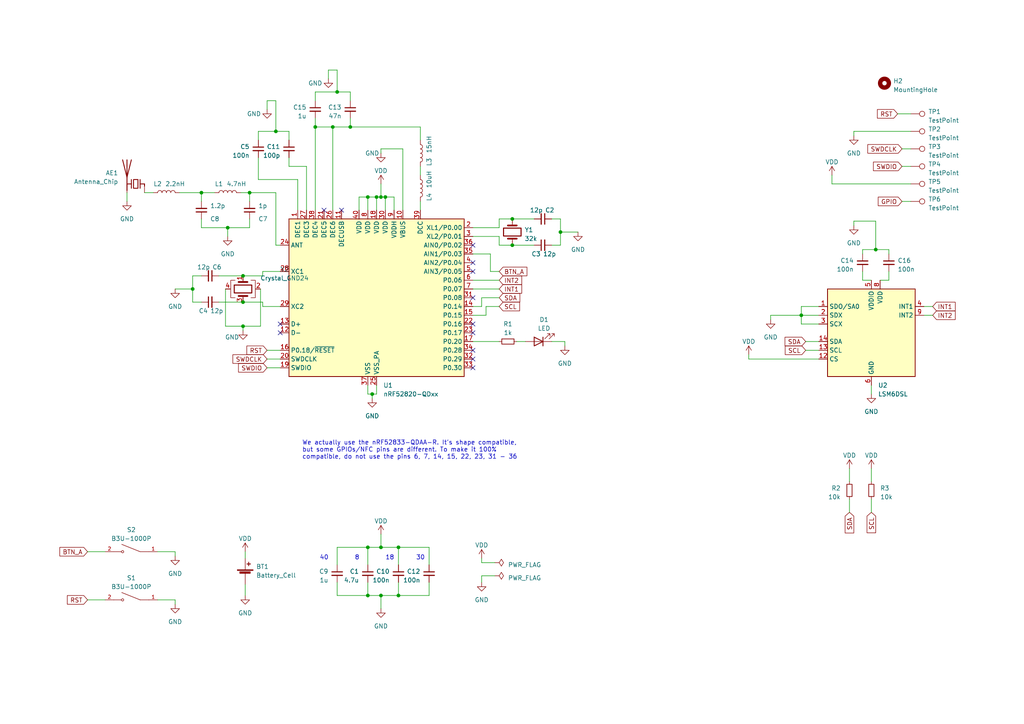
<source format=kicad_sch>
(kicad_sch (version 20230121) (generator eeschema)
  (paper "A4")
  (title_block (title "spellcaster") (date "2023-08-21") (rev "0.0.1") (company "rbaron.net"))
  (lib_symbols
    (symbol "Connector:TestPoint" (pin_numbers hide) (pin_names (offset 0.762) hide)
      (property "Reference" "TP" (at 0 6.858 0))
      (property "Value" "TestPoint" (at 0 5.08 0))
      (symbol "TestPoint_0_1"
        (circle (center 0 3.302) (radius 0.762))
      )
      (symbol "TestPoint_1_1"
        (pin passive line (at 0 0 90) (length 2.54) (name "1") (number "1"))
      )
    )
    (symbol "Device:Antenna_Chip" (pin_numbers hide) (pin_names (offset 1.016) hide)
      (property "Reference" "AE" (at 0 5.08 0))
      (property "Value" "Antenna_Chip" (at 0 3.175 0))
      (symbol "Antenna_Chip_0_1"
        (polyline (pts (xy -2.54 0) (xy -2.54 -0.635)) (stroke (width 0.254)))
        (polyline (pts (xy -2.54 0) (xy -1.27 0)) (stroke (width 0.254)))
        (polyline (pts (xy 1.27 0) (xy 2.54 0)) (stroke (width 0.254)))
        (polyline (pts (xy 1.27 1.27) (xy 1.27 -1.27)) (stroke (width 0.254)))
        (polyline (pts (xy 2.54 -0.635) (xy 2.54 0)))
        (polyline (pts (xy 2.54 6.985) (xy 2.54 -1.905)) (stroke (width 0.254)))
        (polyline (pts (xy -1.27 1.27) (xy -1.27 -1.27) (xy -1.27 0)) (stroke (width 0.254)))
        (polyline (pts (xy 3.81 6.985) (xy 2.54 1.905) (xy 1.27 6.985)) (stroke (width 0.254)))
        (polyline (pts (xy -0.635 1.27) (xy 0.635 1.27) (xy 0.635 -1.27) (xy -0.635 -1.27) (xy -0.635 1.27)) (stroke (width 0.254)))
      )
      (symbol "Antenna_Chip_1_1"
        (pin input line (at -2.54 -2.54 90) (length 2.54) (name "FEED") (number "1"))
        (pin passive line (at 2.54 -2.54 90) (length 2.54) (name "PCB_Trace") (number "2"))
      )
    )
    (symbol "Device:Battery_Cell" (pin_numbers hide) (pin_names (offset 0) hide)
      (property "Reference" "BT" (at 2.54 2.54 0))
      (property "Value" "Battery_Cell" (at 2.54 0 0))
      (symbol "Battery_Cell_0_1"
        (rectangle (start -2.286 1.778) (end 2.286 1.524) (fill (type outline)))
        (rectangle (start -1.5748 1.1938) (end 1.4732 0.6858) (fill (type outline)))
        (polyline (pts (xy 0 0.762) (xy 0 0)))
        (polyline (pts (xy 0 1.778) (xy 0 2.54)))
        (polyline (pts (xy 0.508 3.429) (xy 1.524 3.429)) (stroke (width 0.254)))
        (polyline (pts (xy 1.016 3.937) (xy 1.016 2.921)) (stroke (width 0.254)))
      )
      (symbol "Battery_Cell_1_1"
        (pin passive line (at 0 5.08 270) (length 2.54) (name "+") (number "1"))
        (pin passive line (at 0 -2.54 90) (length 2.54) (name "-") (number "2"))
      )
    )
    (symbol "Device:C_Small" (pin_numbers hide) (pin_names (offset 0.254) hide)
      (property "Reference" "C" (at 0.254 1.778 0))
      (property "Value" "C_Small" (at 0.254 -2.032 0))
      (symbol "C_Small_0_1"
        (polyline (pts (xy -1.524 -0.508) (xy 1.524 -0.508)) (stroke (width 0.3302)))
        (polyline (pts (xy -1.524 0.508) (xy 1.524 0.508)) (stroke (width 0.3048)))
      )
      (symbol "C_Small_1_1"
        (pin passive line (at 0 2.54 270) (length 2.032) (name "~") (number "1"))
        (pin passive line (at 0 -2.54 90) (length 2.032) (name "~") (number "2"))
      )
    )
    (symbol "Device:Crystal" (pin_numbers hide) (pin_names (offset 1.016) hide)
      (property "Reference" "Y" (at 0 3.81 0))
      (property "Value" "Crystal" (at 0 -3.81 0))
      (symbol "Crystal_0_1"
        (rectangle (start -1.143 2.54) (end 1.143 -2.54) (stroke (width 0.3048)))
        (polyline (pts (xy -2.54 0) (xy -1.905 0)))
        (polyline (pts (xy -1.905 -1.27) (xy -1.905 1.27)) (stroke (width 0.508)))
        (polyline (pts (xy 1.905 -1.27) (xy 1.905 1.27)) (stroke (width 0.508)))
        (polyline (pts (xy 2.54 0) (xy 1.905 0)))
      )
      (symbol "Crystal_1_1"
        (pin passive line (at -3.81 0 0) (length 1.27) (name "1") (number "1"))
        (pin passive line (at 3.81 0 180) (length 1.27) (name "2") (number "2"))
      )
    )
    (symbol "Device:Crystal_GND24" (pin_names (offset 1.016) hide)
      (property "Reference" "Y" (at 3.175 5.08 0))
      (property "Value" "Crystal_GND24" (at 3.175 3.175 0))
      (symbol "Crystal_GND24_0_1"
        (rectangle (start -1.143 2.54) (end 1.143 -2.54) (stroke (width 0.3048)))
        (polyline (pts (xy -2.54 0) (xy -2.032 0)))
        (polyline (pts (xy -2.032 -1.27) (xy -2.032 1.27)) (stroke (width 0.508)))
        (polyline (pts (xy 0 -3.81) (xy 0 -3.556)))
        (polyline (pts (xy 0 3.556) (xy 0 3.81)))
        (polyline (pts (xy 2.032 -1.27) (xy 2.032 1.27)) (stroke (width 0.508)))
        (polyline (pts (xy 2.032 0) (xy 2.54 0)))
        (polyline (pts (xy -2.54 -2.286) (xy -2.54 -3.556) (xy 2.54 -3.556) (xy 2.54 -2.286)))
        (polyline (pts (xy -2.54 2.286) (xy -2.54 3.556) (xy 2.54 3.556) (xy 2.54 2.286)))
      )
      (symbol "Crystal_GND24_1_1"
        (pin passive line (at -3.81 0 0) (length 1.27) (name "1") (number "1"))
        (pin passive line (at 0 5.08 270) (length 1.27) (name "2") (number "2"))
        (pin passive line (at 3.81 0 180) (length 1.27) (name "3") (number "3"))
        (pin passive line (at 0 -5.08 90) (length 1.27) (name "4") (number "4"))
      )
    )
    (symbol "Device:L" (pin_numbers hide) (pin_names (offset 1.016) hide)
      (property "Reference" "L" (at -1.27 0 90))
      (property "Value" "L" (at 1.905 0 90))
      (symbol "L_0_1"
        (arc (start 0 -2.54) (mid 0.6323 -1.905) (end 0 -1.27))
        (arc (start 0 -1.27) (mid 0.6323 -0.635) (end 0 0))
        (arc (start 0 0) (mid 0.6323 0.635) (end 0 1.27))
        (arc (start 0 1.27) (mid 0.6323 1.905) (end 0 2.54))
      )
      (symbol "L_1_1"
        (pin passive line (at 0 3.81 270) (length 1.27) (name "1") (number "1"))
        (pin passive line (at 0 -3.81 90) (length 1.27) (name "2") (number "2"))
      )
    )
    (symbol "Device:LED" (pin_numbers hide) (pin_names (offset 1.016) hide)
      (property "Reference" "D" (at 0 2.54 0))
      (property "Value" "LED" (at 0 -2.54 0))
      (symbol "LED_0_1"
        (polyline (pts (xy -1.27 -1.27) (xy -1.27 1.27)) (stroke (width 0.254)))
        (polyline (pts (xy -1.27 0) (xy 1.27 0)))
        (polyline (pts (xy 1.27 -1.27) (xy 1.27 1.27) (xy -1.27 0) (xy 1.27 -1.27)) (stroke (width 0.254)))
        (polyline (pts (xy -3.048 -0.762) (xy -4.572 -2.286) (xy -3.81 -2.286) (xy -4.572 -2.286) (xy -4.572 -1.524)))
        (polyline (pts (xy -1.778 -0.762) (xy -3.302 -2.286) (xy -2.54 -2.286) (xy -3.302 -2.286) (xy -3.302 -1.524)))
      )
      (symbol "LED_1_1"
        (pin passive line (at -3.81 0 0) (length 2.54) (name "K") (number "1"))
        (pin passive line (at 3.81 0 180) (length 2.54) (name "A") (number "2"))
      )
    )
    (symbol "Device:R_Small" (pin_numbers hide) (pin_names (offset 0.254) hide)
      (property "Reference" "R" (at 0.762 0.508 0))
      (property "Value" "R_Small" (at 0.762 -1.016 0))
      (symbol "R_Small_0_1"
        (rectangle (start -0.762 1.778) (end 0.762 -1.778) (stroke (width 0.2032)))
      )
      (symbol "R_Small_1_1"
        (pin passive line (at 0 2.54 270) (length 0.762) (name "~") (number "1"))
        (pin passive line (at 0 -2.54 90) (length 0.762) (name "~") (number "2"))
      )
    )
    (symbol "MCU_Nordic:nRF52820-QDxx"
      (property "Reference" "U" (at -2.54 0 0))
      (property "Value" "nRF52820-QDxx" (at -2.54 -2.54 0))
      (symbol "nRF52820-QDxx_0_1"
        (rectangle (start -25.4 22.86) (end 25.4 -22.86) (stroke (width 0.254)) (fill (type background)))
      )
      (symbol "nRF52820-QDxx_1_1"
        (pin passive line (at -22.86 25.4 270) (length 2.54) (name "DEC1") (number "1"))
        (pin power_in line (at 7.62 25.4 270) (length 2.54) (name "VBUS") (number "10"))
        (pin passive line (at -10.16 25.4 270) (length 2.54) (name "DECUSB") (number "11"))
        (pin bidirectional line (at -27.94 -10.16 0) (length 2.54) (name "D-") (number "12"))
        (pin bidirectional line (at -27.94 -7.62 0) (length 2.54) (name "D+") (number "13"))
        (pin bidirectional line (at 27.94 -2.54 180) (length 2.54) (name "P0.14") (number "14"))
        (pin bidirectional line (at 27.94 -5.08 180) (length 2.54) (name "P0.15") (number "15"))
        (pin bidirectional line (at -27.94 -15.24 0) (length 2.54) (name "P0.18/~{RESET}") (number "16"))
        (pin bidirectional line (at 27.94 -12.7 180) (length 2.54) (name "P0.20") (number "17"))
        (pin power_in line (at 0 25.4 270) (length 2.54) (name "VDD") (number "18"))
        (pin bidirectional line (at -27.94 -20.32 0) (length 2.54) (name "SWDIO") (number "19"))
        (pin bidirectional line (at 27.94 20.32 180) (length 2.54) (name "XL1/P0.00") (number "2"))
        (pin input line (at -27.94 -17.78 0) (length 2.54) (name "SWDCLK") (number "20"))
        (pin passive line (at -15.24 25.4 270) (length 2.54) (name "DEC5") (number "21"))
        (pin bidirectional line (at 27.94 -7.62 180) (length 2.54) (name "P0.16") (number "22"))
        (pin bidirectional line (at 27.94 -10.16 180) (length 2.54) (name "P0.17") (number "23"))
        (pin passive line (at -27.94 15.24 0) (length 2.54) (name "ANT") (number "24"))
        (pin power_in line (at 0 -25.4 90) (length 2.54) (name "VSS_PA") (number "25"))
        (pin passive line (at -12.7 25.4 270) (length 2.54) (name "DEC6") (number "26"))
        (pin passive line (at -20.32 25.4 270) (length 2.54) (name "DEC3") (number "27"))
        (pin input line (at -27.94 7.62 0) (length 2.54) (name "XC1") (number "28"))
        (pin input line (at -27.94 -2.54 0) (length 2.54) (name "XC2") (number "29"))
        (pin bidirectional line (at 27.94 17.78 180) (length 2.54) (name "XL2/P0.01") (number "3"))
        (pin power_in line (at 2.54 25.4 270) (length 2.54) (name "VDD") (number "30"))
        (pin bidirectional line (at 27.94 0 180) (length 2.54) (name "P0.08") (number "31"))
        (pin bidirectional line (at 27.94 -17.78 180) (length 2.54) (name "P0.29") (number "32"))
        (pin bidirectional line (at 27.94 -20.32 180) (length 2.54) (name "P0.30") (number "33"))
        (pin bidirectional line (at 27.94 -15.24 180) (length 2.54) (name "P0.28") (number "34"))
        (pin bidirectional line (at 27.94 12.7 180) (length 2.54) (name "AIN1/P0.03") (number "35"))
        (pin bidirectional line (at 27.94 15.24 180) (length 2.54) (name "AIN0/P0.02") (number "36"))
        (pin power_in line (at -2.54 -25.4 90) (length 2.54) (name "VSS") (number "37"))
        (pin passive line (at -17.78 25.4 270) (length 2.54) (name "DEC4") (number "38"))
        (pin power_out line (at 12.7 25.4 270) (length 2.54) (name "DCC") (number "39"))
        (pin bidirectional line (at 27.94 10.16 180) (length 2.54) (name "AIN2/P0.04") (number "4"))
        (pin power_in line (at -5.08 25.4 270) (length 2.54) (name "VDD") (number "40"))
        (pin passive line (at -2.54 -25.4 90) (length 2.54) hide (name "VSS") (number "41"))
        (pin bidirectional line (at 27.94 7.62 180) (length 2.54) (name "AIN3/P0.05") (number "5"))
        (pin bidirectional line (at 27.94 5.08 180) (length 2.54) (name "P0.06") (number "6"))
        (pin bidirectional line (at 27.94 2.54 180) (length 2.54) (name "P0.07") (number "7"))
        (pin power_in line (at -2.54 25.4 270) (length 2.54) (name "VDD") (number "8"))
        (pin power_in line (at 5.08 25.4 270) (length 2.54) (name "VDDH") (number "9"))
      )
    )
    (symbol "Mechanical:MountingHole" (pin_names (offset 1.016))
      (property "Reference" "H" (at 0 5.08 0))
      (property "Value" "MountingHole" (at 0 3.175 0))
      (symbol "MountingHole_0_1"
        (circle (center 0 0) (radius 1.27) (stroke (width 1.27)))
      )
    )
    (symbol "Sensor_Motion:LSM6DSL"
      (property "Reference" "U" (at -11.43 15.24 0))
      (property "Value" "LSM6DSL" (at -11.43 12.7 0))
      (symbol "LSM6DSL_0_1"
        (rectangle (start -12.7 12.7) (end 12.7 -12.7) (stroke (width 0.254)) (fill (type background)))
      )
      (symbol "LSM6DSL_1_1"
        (pin bidirectional line (at -15.24 7.62 0) (length 2.54) (name "SDO/SA0") (number "1"))
        (pin no_connect line (at 12.7 -5.08 180) (length 3.81) hide (name "NC") (number "10"))
        (pin no_connect line (at 12.7 -2.54 180) (length 3.81) hide (name "NC") (number "11"))
        (pin input line (at -15.24 -7.62 0) (length 2.54) (name "CS") (number "12"))
        (pin input line (at -15.24 -5.08 0) (length 2.54) (name "SCL") (number "13"))
        (pin bidirectional line (at -15.24 -2.54 0) (length 2.54) (name "SDA") (number "14"))
        (pin bidirectional line (at -15.24 5.08 0) (length 2.54) (name "SDX") (number "2"))
        (pin input line (at -15.24 2.54 0) (length 2.54) (name "SCX") (number "3"))
        (pin output line (at 15.24 7.62 180) (length 2.54) (name "INT1") (number "4"))
        (pin power_in line (at 0 15.24 270) (length 2.54) (name "VDDIO") (number "5"))
        (pin power_in line (at 0 -15.24 90) (length 2.54) (name "GND") (number "6"))
        (pin passive line (at 0 -15.24 90) (length 2.54) hide (name "GND") (number "7"))
        (pin power_in line (at 2.54 15.24 270) (length 2.54) (name "VDD") (number "8"))
        (pin output line (at 15.24 5.08 180) (length 2.54) (name "INT2") (number "9"))
      )
    )
    (symbol "Snapeda:B3U-1000P" (pin_names (offset 1.016) hide)
      (property "Reference" "S" (at -2.54 2.54 0))
      (property "Value" "B3U-1000P" (at -2.54 -2.54 0))
      (symbol "B3U-1000P_0_0"
        (polyline (pts (xy -2.54 0) (xy -5.08 0)) (stroke (width 0.1524)))
        (polyline (pts (xy -2.54 0) (xy 2.794 2.1336)) (stroke (width 0.1524)))
        (polyline (pts (xy 5.08 0) (xy 2.921 0)) (stroke (width 0.1524)))
        (circle (center 2.54 0) (radius 0.3302) (stroke (width 0.1524)))
        (pin passive line (at -7.62 0 0) (length 2.54) (name "~") (number "1"))
        (pin passive line (at 7.62 0 180) (length 2.54) (name "~") (number "2"))
      )
    )
    (symbol "power:GND" (power) (pin_names (offset 0))
      (property "Value" "GND" (at 0 -3.81 0))
      (symbol "GND_0_1"
        (polyline (pts (xy 0 0) (xy 0 -1.27) (xy 1.27 -1.27) (xy 0 -2.54) (xy -1.27 -1.27) (xy 0 -1.27)))
      )
      (symbol "GND_1_1"
        (pin power_in line (at 0 0 270) (length 0) hide (name "GND") (number "1"))
      )
    )
    (symbol "power:PWR_FLAG" (power) (pin_numbers hide) (pin_names (offset 0) hide)
      (property "Value" "PWR_FLAG" (at 0 3.81 0))
      (symbol "PWR_FLAG_0_0"
        (pin power_out line (at 0 0 90) (length 0) (name "pwr") (number "1"))
      )
      (symbol "PWR_FLAG_0_1"
        (polyline (pts (xy 0 0) (xy 0 1.27) (xy -1.016 1.905) (xy 0 2.54) (xy 1.016 1.905) (xy 0 1.27)))
      )
    )
    (symbol "power:VDD" (power) (pin_names (offset 0))
      (property "Value" "VDD" (at 0 3.81 0))
      (symbol "VDD_0_1"
        (polyline (pts (xy -0.762 1.27) (xy 0 2.54)))
        (polyline (pts (xy 0 0) (xy 0 2.54)))
        (polyline (pts (xy 0 2.54) (xy 0.762 1.27)))
      )
      (symbol "VDD_1_1"
        (pin power_in line (at 0 0 90) (length 0) hide (name "VDD") (number "1"))
      )
    )
  )
  (junction (at 106.68 158.75))
  (junction (at 115.57 158.75))
  (junction (at 148.59 63.5))
  (junction (at 106.68 57.15))
  (junction (at 70.485 87.63))
  (junction (at 72.39 55.88))
  (junction (at 70.485 80.01))
  (junction (at 70.485 94.615))
  (junction (at 110.49 172.72))
  (junction (at 96.52 36.83))
  (junction (at 148.59 71.12))
  (junction (at 66.04 66.04))
  (junction (at 115.57 172.72))
  (junction (at 80.01 38.1))
  (junction (at 110.49 57.15))
  (junction (at 107.95 114.3))
  (junction (at 232.41 91.44))
  (junction (at 162.56 67.31))
  (junction (at 101.6 36.83))
  (junction (at 97.79 26.67))
  (junction (at 55.88 83.82))
  (junction (at 58.42 55.88))
  (junction (at 91.44 36.83))
  (junction (at 111.76 57.15))
  (junction (at 106.68 172.72))
  (junction (at 110.49 158.75))
  (junction (at 109.22 57.15))
  (junction (at 254 72.39))
  (no_connect (at 137.16 93.98))
  (no_connect (at 137.16 78.74))
  (no_connect (at 137.16 104.14))
  (no_connect (at 137.16 106.68))
  (no_connect (at 137.16 71.12))
  (no_connect (at 81.28 96.52))
  (no_connect (at 93.98 60.96))
  (no_connect (at 99.06 60.96))
  (no_connect (at 137.16 96.52))
  (no_connect (at 81.28 93.98))
  (no_connect (at 137.16 101.6))
  (no_connect (at 137.16 76.2))
  (no_connect (at 137.16 86.36))
  (wire (pts (xy 58.42 63.5) (xy 58.42 66.04)))
  (wire (pts (xy 106.68 168.91) (xy 106.68 172.72)))
  (wire (pts (xy 137.16 99.06) (xy 144.78 99.06)))
  (wire (pts (xy 144.78 63.5) (xy 148.59 63.5)))
  (wire (pts (xy 255.27 81.28) (xy 257.81 81.28)))
  (wire (pts (xy 110.49 172.72) (xy 115.57 172.72)))
  (wire (pts (xy 106.68 114.3) (xy 107.95 114.3)))
  (wire (pts (xy 110.49 53.34) (xy 110.49 57.15)))
  (wire (pts (xy 111.76 57.15) (xy 110.49 57.15)))
  (wire (pts (xy 247.65 39.37) (xy 247.65 38.1)))
  (wire (pts (xy 66.04 66.04) (xy 66.04 68.58)))
  (wire (pts (xy 252.73 111.76) (xy 252.73 114.3)))
  (wire (pts (xy 72.39 55.88) (xy 72.39 58.42)))
  (wire (pts (xy 106.68 57.15) (xy 106.68 60.96)))
  (wire (pts (xy 91.44 29.21) (xy 91.44 26.67)))
  (wire (pts (xy 106.68 158.75) (xy 110.49 158.75)))
  (wire (pts (xy 76.2 78.74) (xy 81.28 78.74)))
  (wire (pts (xy 142.24 78.74) (xy 142.24 73.66)))
  (wire (pts (xy 223.52 91.44) (xy 232.41 91.44)))
  (wire (pts (xy 45.72 173.99) (xy 50.8 173.99)))
  (wire (pts (xy 257.81 81.28) (xy 257.81 78.74)))
  (wire (pts (xy 70.485 87.63) (xy 76.2 87.63)))
  (wire (pts (xy 254 64.135) (xy 254 72.39)))
  (wire (pts (xy 50.8 160.02) (xy 50.8 161.29)))
  (wire (pts (xy 110.49 57.15) (xy 109.22 57.15)))
  (wire (pts (xy 116.84 60.96) (xy 116.84 43.18)))
  (wire (pts (xy 140.97 88.9) (xy 140.97 91.44)))
  (wire (pts (xy 96.52 36.83) (xy 96.52 60.96)))
  (wire (pts (xy 143.51 167.005) (xy 139.7 167.005)))
  (wire (pts (xy 223.52 91.44) (xy 223.52 92.71)))
  (wire (pts (xy 250.19 73.66) (xy 250.19 72.39)))
  (wire (pts (xy 116.84 43.18) (xy 110.49 43.18)))
  (wire (pts (xy 58.42 87.63) (xy 55.88 87.63)))
  (wire (pts (xy 247.65 65.405) (xy 247.65 64.135)))
  (wire (pts (xy 250.19 72.39) (xy 254 72.39)))
  (wire (pts (xy 76.2 88.9) (xy 76.2 87.63)))
  (wire (pts (xy 144.78 78.74) (xy 142.24 78.74)))
  (wire (pts (xy 70.485 94.615) (xy 70.485 95.885)))
  (wire (pts (xy 250.19 81.28) (xy 252.73 81.28)))
  (wire (pts (xy 30.48 173.99) (xy 25.4 173.99)))
  (wire (pts (xy 148.59 71.12) (xy 154.94 71.12)))
  (wire (pts (xy 80.01 55.88) (xy 80.01 71.12)))
  (wire (pts (xy 115.57 168.91) (xy 115.57 172.72)))
  (wire (pts (xy 70.485 94.615) (xy 75.565 94.615)))
  (wire (pts (xy 246.38 144.78) (xy 246.38 148.59)))
  (wire (pts (xy 241.3 50.8) (xy 241.3 53.34)))
  (wire (pts (xy 162.56 67.31) (xy 162.56 71.12)))
  (wire (pts (xy 163.83 99.06) (xy 163.83 100.33)))
  (wire (pts (xy 121.92 48.26) (xy 121.92 50.8)))
  (wire (pts (xy 149.86 99.06) (xy 152.4 99.06)))
  (wire (pts (xy 80.01 71.12) (xy 81.28 71.12)))
  (wire (pts (xy 76.2 80.01) (xy 76.2 78.74)))
  (wire (pts (xy 246.38 135.89) (xy 246.38 139.7)))
  (wire (pts (xy 109.22 114.3) (xy 109.22 111.76)))
  (wire (pts (xy 137.16 81.28) (xy 144.78 81.28)))
  (wire (pts (xy 77.47 31.75) (xy 77.47 29.21)))
  (wire (pts (xy 77.47 106.68) (xy 81.28 106.68)))
  (wire (pts (xy 77.47 29.21) (xy 80.01 29.21)))
  (wire (pts (xy 88.9 48.26) (xy 83.82 48.26)))
  (wire (pts (xy 257.81 73.66) (xy 257.81 72.39)))
  (wire (pts (xy 139.7 167.005) (xy 139.7 168.91)))
  (wire (pts (xy 139.7 86.36) (xy 139.7 88.9)))
  (wire (pts (xy 260.35 33.02) (xy 264.16 33.02)))
  (wire (pts (xy 121.92 40.64) (xy 121.92 36.83)))
  (wire (pts (xy 232.41 91.44) (xy 237.49 91.44)))
  (wire (pts (xy 91.44 26.67) (xy 97.79 26.67)))
  (wire (pts (xy 267.97 91.44) (xy 270.51 91.44)))
  (wire (pts (xy 233.68 99.06) (xy 237.49 99.06)))
  (wire (pts (xy 254 72.39) (xy 257.81 72.39)))
  (wire (pts (xy 232.41 88.9) (xy 232.41 91.44)))
  (wire (pts (xy 241.3 53.34) (xy 264.16 53.34)))
  (wire (pts (xy 55.88 87.63) (xy 55.88 83.82)))
  (wire (pts (xy 160.02 63.5) (xy 162.56 63.5)))
  (wire (pts (xy 91.44 34.29) (xy 91.44 36.83)))
  (wire (pts (xy 80.01 29.21) (xy 80.01 38.1)))
  (wire (pts (xy 233.68 101.6) (xy 237.49 101.6)))
  (wire (pts (xy 83.82 38.1) (xy 83.82 40.64)))
  (wire (pts (xy 97.79 158.75) (xy 106.68 158.75)))
  (wire (pts (xy 95.25 22.86) (xy 95.25 20.32)))
  (wire (pts (xy 137.16 91.44) (xy 140.97 91.44)))
  (wire (pts (xy 106.68 158.75) (xy 106.68 163.83)))
  (wire (pts (xy 91.44 36.83) (xy 96.52 36.83)))
  (wire (pts (xy 97.79 168.91) (xy 97.79 172.72)))
  (wire (pts (xy 139.7 163.195) (xy 143.51 163.195)))
  (wire (pts (xy 63.5 87.63) (xy 70.485 87.63)))
  (wire (pts (xy 110.49 172.72) (xy 110.49 176.53)))
  (wire (pts (xy 77.47 101.6) (xy 81.28 101.6)))
  (wire (pts (xy 144.78 68.58) (xy 144.78 71.12)))
  (wire (pts (xy 86.36 52.07) (xy 86.36 60.96)))
  (wire (pts (xy 104.14 57.15) (xy 104.14 60.96)))
  (wire (pts (xy 137.16 68.58) (xy 144.78 68.58)))
  (wire (pts (xy 162.56 67.31) (xy 167.64 67.31)))
  (wire (pts (xy 69.85 55.88) (xy 72.39 55.88)))
  (wire (pts (xy 58.42 80.01) (xy 55.88 80.01)))
  (wire (pts (xy 62.23 55.88) (xy 58.42 55.88)))
  (wire (pts (xy 252.73 144.78) (xy 252.73 148.59)))
  (wire (pts (xy 72.39 55.88) (xy 80.01 55.88)))
  (wire (pts (xy 160.02 71.12) (xy 162.56 71.12)))
  (wire (pts (xy 70.485 80.01) (xy 76.2 80.01)))
  (wire (pts (xy 71.12 169.545) (xy 71.12 172.72)))
  (wire (pts (xy 74.93 38.1) (xy 80.01 38.1)))
  (wire (pts (xy 109.22 57.15) (xy 106.68 57.15)))
  (wire (pts (xy 247.65 64.135) (xy 254 64.135)))
  (wire (pts (xy 121.92 58.42) (xy 121.92 60.96)))
  (wire (pts (xy 74.93 45.72) (xy 74.93 52.07)))
  (wire (pts (xy 137.16 83.82) (xy 144.78 83.82)))
  (wire (pts (xy 252.73 135.89) (xy 252.73 139.7)))
  (wire (pts (xy 250.19 78.74) (xy 250.19 81.28)))
  (wire (pts (xy 74.93 40.64) (xy 74.93 38.1)))
  (wire (pts (xy 107.95 114.3) (xy 107.95 115.57)))
  (wire (pts (xy 110.49 43.18) (xy 110.49 44.45)))
  (wire (pts (xy 30.48 160.02) (xy 25.4 160.02)))
  (wire (pts (xy 65.405 83.82) (xy 65.405 94.615)))
  (wire (pts (xy 261.62 43.18) (xy 264.16 43.18)))
  (wire (pts (xy 97.79 163.83) (xy 97.79 158.75)))
  (wire (pts (xy 137.16 66.04) (xy 144.78 66.04)))
  (wire (pts (xy 58.42 55.88) (xy 58.42 58.42)))
  (wire (pts (xy 217.17 104.14) (xy 237.49 104.14)))
  (wire (pts (xy 148.59 63.5) (xy 154.94 63.5)))
  (wire (pts (xy 83.82 45.72) (xy 83.82 48.26)))
  (wire (pts (xy 36.83 55.88) (xy 36.83 58.42)))
  (wire (pts (xy 106.68 57.15) (xy 104.14 57.15)))
  (wire (pts (xy 97.79 172.72) (xy 106.68 172.72)))
  (wire (pts (xy 115.57 158.75) (xy 115.57 163.83)))
  (wire (pts (xy 139.7 161.925) (xy 139.7 163.195)))
  (wire (pts (xy 97.79 26.67) (xy 101.6 26.67)))
  (wire (pts (xy 74.93 52.07) (xy 86.36 52.07)))
  (wire (pts (xy 144.78 71.12) (xy 148.59 71.12)))
  (wire (pts (xy 106.68 111.76) (xy 106.68 114.3)))
  (wire (pts (xy 75.565 94.615) (xy 75.565 83.82)))
  (wire (pts (xy 114.3 57.15) (xy 111.76 57.15)))
  (wire (pts (xy 107.95 114.3) (xy 109.22 114.3)))
  (wire (pts (xy 124.46 158.75) (xy 124.46 163.83)))
  (wire (pts (xy 106.68 172.72) (xy 110.49 172.72)))
  (wire (pts (xy 109.22 57.15) (xy 109.22 60.96)))
  (wire (pts (xy 88.9 60.96) (xy 88.9 48.26)))
  (wire (pts (xy 162.56 63.5) (xy 162.56 67.31)))
  (wire (pts (xy 139.7 88.9) (xy 137.16 88.9)))
  (wire (pts (xy 232.41 93.98) (xy 237.49 93.98)))
  (wire (pts (xy 71.12 160.02) (xy 71.12 161.925)))
  (wire (pts (xy 144.78 66.04) (xy 144.78 63.5)))
  (wire (pts (xy 45.72 160.02) (xy 50.8 160.02)))
  (wire (pts (xy 115.57 158.75) (xy 124.46 158.75)))
  (wire (pts (xy 267.97 88.9) (xy 270.51 88.9)))
  (wire (pts (xy 63.5 80.01) (xy 70.485 80.01)))
  (wire (pts (xy 66.04 66.04) (xy 72.39 66.04)))
  (wire (pts (xy 72.39 66.04) (xy 72.39 63.5)))
  (wire (pts (xy 96.52 36.83) (xy 101.6 36.83)))
  (wire (pts (xy 111.76 57.15) (xy 111.76 60.96)))
  (wire (pts (xy 95.25 20.32) (xy 97.79 20.32)))
  (wire (pts (xy 101.6 26.67) (xy 101.6 29.21)))
  (wire (pts (xy 97.79 20.32) (xy 97.79 26.67)))
  (wire (pts (xy 81.28 88.9) (xy 76.2 88.9)))
  (wire (pts (xy 261.62 48.26) (xy 264.16 48.26)))
  (wire (pts (xy 101.6 36.83) (xy 101.6 34.29)))
  (wire (pts (xy 50.8 173.99) (xy 50.8 175.26)))
  (wire (pts (xy 80.01 38.1) (xy 83.82 38.1)))
  (wire (pts (xy 114.3 60.96) (xy 114.3 57.15)))
  (wire (pts (xy 110.49 154.94) (xy 110.49 158.75)))
  (wire (pts (xy 55.88 83.82) (xy 50.8 83.82)))
  (wire (pts (xy 55.88 83.82) (xy 55.88 80.01)))
  (wire (pts (xy 52.07 55.88) (xy 58.42 55.88)))
  (wire (pts (xy 110.49 158.75) (xy 115.57 158.75)))
  (wire (pts (xy 217.17 102.87) (xy 217.17 104.14)))
  (wire (pts (xy 124.46 172.72) (xy 124.46 168.91)))
  (wire (pts (xy 261.62 58.42) (xy 264.16 58.42)))
  (wire (pts (xy 144.78 88.9) (xy 140.97 88.9)))
  (wire (pts (xy 144.78 86.36) (xy 139.7 86.36)))
  (wire (pts (xy 237.49 88.9) (xy 232.41 88.9)))
  (wire (pts (xy 247.65 38.1) (xy 264.16 38.1)))
  (wire (pts (xy 77.47 104.14) (xy 81.28 104.14)))
  (wire (pts (xy 121.92 36.83) (xy 101.6 36.83)))
  (wire (pts (xy 160.02 99.06) (xy 163.83 99.06)))
  (wire (pts (xy 115.57 172.72) (xy 124.46 172.72)))
  (wire (pts (xy 232.41 91.44) (xy 232.41 93.98)))
  (wire (pts (xy 41.91 55.88) (xy 44.45 55.88)))
  (wire (pts (xy 65.405 94.615) (xy 70.485 94.615)))
  (wire (pts (xy 91.44 36.83) (xy 91.44 60.96)))
  (wire (pts (xy 137.16 73.66) (xy 142.24 73.66)))
  (wire (pts (xy 58.42 66.04) (xy 66.04 66.04)))
  (text "40" (at 92.71 162.56 0) (effects (font (size 1.27 1.27)) (justify left bottom)))
  (text "We actually use the nRF52833-QDAA-R. It's shape compatible,\nbut some GPIOs/NFC pins are different. To make it 100%\ncompatible, do not use the pins 6, 7, 14, 15, 22, 23, 31 - 36" (at 87.63 133.35 0) (effects (font (size 1.27 1.27)) (justify left bottom)))
  (text "18" (at 111.76 162.56 0) (effects (font (size 1.27 1.27)) (justify left bottom)))
  (text "8" (at 102.87 162.56 0) (effects (font (size 1.27 1.27)) (justify left bottom)))
  (text "30" (at 120.65 162.56 0) (effects (font (size 1.27 1.27)) (justify left bottom)))
  (global_label "BTN_A" (shape input) (at 144.78 78.74 0) (property "Intersheetrefs" "${INTERSHEET_REFS}" (effects hide)))
  (global_label "RST" (shape input) (at 25.4 173.99 180) (property "Intersheetrefs" "${INTERSHEET_REFS}" (effects hide)))
  (global_label "SDA" (shape input) (at 233.68 99.06 180) (property "Intersheetrefs" "${INTERSHEET_REFS}" (effects hide)))
  (global_label "INT1" (shape input) (at 270.51 88.9 0) (property "Intersheetrefs" "${INTERSHEET_REFS}" (effects hide)))
  (global_label "SCL" (shape input) (at 233.68 101.6 180) (property "Intersheetrefs" "${INTERSHEET_REFS}" (effects hide)))
  (global_label "INT2" (shape input) (at 144.78 81.28 0) (property "Intersheetrefs" "${INTERSHEET_REFS}" (effects hide)))
  (global_label "SWDIO" (shape input) (at 261.62 48.26 180) (property "Intersheetrefs" "${INTERSHEET_REFS}" (effects hide)))
  (global_label "BTN_A" (shape input) (at 25.4 160.02 180) (property "Intersheetrefs" "${INTERSHEET_REFS}" (effects hide)))
  (global_label "SDA" (shape input) (at 246.38 148.59 270) (property "Intersheetrefs" "${INTERSHEET_REFS}" (effects hide)))
  (global_label "SWDCLK" (shape input) (at 261.62 43.18 180) (property "Intersheetrefs" "${INTERSHEET_REFS}" (effects hide)))
  (global_label "SCL" (shape input) (at 144.78 88.9 0) (property "Intersheetrefs" "${INTERSHEET_REFS}" (effects hide)))
  (global_label "SWDCLK" (shape input) (at 77.47 104.14 180) (property "Intersheetrefs" "${INTERSHEET_REFS}" (effects hide)))
  (global_label "SWDIO" (shape input) (at 77.47 106.68 180) (property "Intersheetrefs" "${INTERSHEET_REFS}" (effects hide)))
  (global_label "SCL" (shape input) (at 252.73 148.59 270) (property "Intersheetrefs" "${INTERSHEET_REFS}" (effects hide)))
  (global_label "GPIO" (shape input) (at 261.62 58.42 180) (property "Intersheetrefs" "${INTERSHEET_REFS}" (effects hide)))
  (global_label "INT2" (shape input) (at 270.51 91.44 0) (property "Intersheetrefs" "${INTERSHEET_REFS}" (effects hide)))
  (global_label "SDA" (shape input) (at 144.78 86.36 0) (property "Intersheetrefs" "${INTERSHEET_REFS}" (effects hide)))
  (global_label "INT1" (shape input) (at 144.78 83.82 0) (property "Intersheetrefs" "${INTERSHEET_REFS}" (effects hide)))
  (global_label "RST" (shape input) (at 260.35 33.02 180) (property "Intersheetrefs" "${INTERSHEET_REFS}" (effects hide)))
  (global_label "RST" (shape input) (at 77.47 101.6 180) (property "Intersheetrefs" "${INTERSHEET_REFS}" (effects hide)))
  (symbol (lib_id "power:VDD") (at 110.49 53.34 0) (unit 1)
    (property "Reference" "#PWR022" (effects hide))
    (property "Value" "VDD" (at 110.49 49.53 0))
  )
  (symbol (lib_id "Device:L") (at 121.92 44.45 0) (mirror x) (unit 1)
    (property "Reference" "L3" (at 124.46 46.99 90))
    (property "Value" "15nH" (at 124.46 41.91 90))
    (property "Footprint" "Inductor_SMD:L_0402_1005Metric" (effects hide))
    (property "LCSC" "C27143" (effects hide))
  )
  (symbol (lib_id "Device:C_Small") (at 72.39 60.96 0) (mirror x) (unit 1)
    (property "Reference" "C7" (at 74.93 63.5 0) (effects (justify left)))
    (property "Value" "1p" (at 74.93 59.69 0) (effects (justify left)))
    (property "Footprint" "Capacitor_SMD:C_0402_1005Metric" (effects hide))
    (property "LCSC" "C1550" (effects hide))
  )
  (symbol (lib_id "Connector:TestPoint") (at 264.16 53.34 270) (unit 1) (in_bom no)
    (property "Reference" "TP5" (at 269.24 52.705 90) (effects (justify left)))
    (property "Value" "TestPoint" (at 269.24 55.245 90) (effects (justify left)))
    (property "Footprint" "TestPoint:TestPoint_Pad_D1.5mm" (effects hide))
  )
  (symbol (lib_id "Device:C_Small") (at 83.82 43.18 0) (mirror y) (unit 1)
    (property "Reference" "C11" (at 81.28 42.5513 0) (effects (justify left)))
    (property "Value" "100p" (at 81.28 45.0913 0) (effects (justify left)))
    (property "Footprint" "Capacitor_SMD:C_0402_1005Metric" (effects hide))
    (property "LCSC" "C1546" (effects hide))
  )
  (symbol (lib_id "Device:C_Small") (at 115.57 166.37 0) (mirror y) (unit 1)
    (property "Reference" "C10" (at 113.03 165.7413 0) (effects (justify left)))
    (property "Value" "100n" (at 113.03 168.2813 0) (effects (justify left)))
    (property "Footprint" "Capacitor_SMD:C_0402_1005Metric" (effects hide))
    (property "LCSC" "C1525" (effects hide))
  )
  (symbol (lib_id "power:GND") (at 110.49 44.45 0) (mirror y) (unit 1)
    (property "Reference" "#PWR021" (effects hide))
    (property "Value" "GND" (at 107.95 44.45 0))
  )
  (symbol (lib_id "Device:C_Small") (at 97.79 166.37 0) (mirror y) (unit 1)
    (property "Reference" "C9" (at 95.25 165.7413 0) (effects (justify left)))
    (property "Value" "1u" (at 95.25 168.2813 0) (effects (justify left)))
    (property "Footprint" "Capacitor_SMD:C_0402_1005Metric" (effects hide))
    (property "LCSC" "C52923" (effects hide))
  )
  (symbol (lib_id "power:VDD") (at 241.3 50.8 0) (unit 1)
    (property "Reference" "#PWR03" (effects hide))
    (property "Value" "VDD" (at 241.3 46.99 0))
  )
  (symbol (lib_id "power:PWR_FLAG") (at 143.51 163.195 270) (unit 1)
    (property "Reference" "#FLG01" (effects hide))
    (property "Value" "PWR_FLAG" (at 147.32 163.83 90) (effects (justify left)))
  )
  (symbol (lib_id "power:GND") (at 77.47 31.75 0) (mirror y) (unit 1)
    (property "Reference" "#PWR04" (effects hide))
    (property "Value" "GND" (at 73.66 33.02 0))
  )
  (symbol (lib_id "power:GND") (at 252.73 114.3 0) (unit 1)
    (property "Reference" "#PWR025" (effects hide))
    (property "Value" "GND" (at 252.73 119.38 0))
  )
  (symbol (lib_id "power:GND") (at 167.64 67.31 0) (unit 1)
    (property "Reference" "#PWR01" (effects hide))
    (property "Value" "GND" (at 167.64 72.39 0))
  )
  (symbol (lib_id "Device:C_Small") (at 91.44 31.75 0) (mirror y) (unit 1)
    (property "Reference" "C15" (at 88.9 31.1213 0) (effects (justify left)))
    (property "Value" "1u" (at 88.9 33.6613 0) (effects (justify left)))
    (property "Footprint" "Capacitor_SMD:C_0402_1005Metric" (effects hide))
    (property "LCSC" "C52923" (effects hide))
  )
  (symbol (lib_id "power:GND") (at 247.65 39.37 0) (unit 1)
    (property "Reference" "#PWR011" (effects hide))
    (property "Value" "GND" (at 247.65 44.45 0))
  )
  (symbol (lib_id "power:VDD") (at 252.73 135.89 0) (unit 1)
    (property "Reference" "#PWR024" (effects hide))
    (property "Value" "VDD" (at 252.73 132.08 0))
  )
  (symbol (lib_id "power:VDD") (at 71.12 160.02 0) (unit 1)
    (property "Reference" "#PWR014" (effects hide))
    (property "Value" "VDD" (at 71.12 156.21 0))
  )
  (symbol (lib_id "power:VDD") (at 110.49 154.94 0) (unit 1)
    (property "Reference" "#PWR019" (effects hide))
    (property "Value" "VDD" (at 110.49 151.13 0))
  )
  (symbol (lib_id "Device:Antenna_Chip") (at 39.37 53.34 0) (mirror y) (unit 1) (in_bom no)
    (property "Reference" "AE1" (at 34.29 50.165 0) (effects (justify left)))
    (property "Value" "Antenna_Chip" (at 34.29 52.705 0) (effects (justify left)))
    (property "Footprint" "RF_Antenna:Texas_SWRA117D_2.4GHz_Right" (effects hide))
  )
  (symbol (lib_id "Device:C_Small") (at 60.96 87.63 90) (mirror x) (unit 1)
    (property "Reference" "C4" (at 60.3313 90.17 90) (effects (justify left)))
    (property "Value" "12p" (at 64.77 90.17 90) (effects (justify left)))
    (property "Footprint" "Capacitor_SMD:C_0402_1005Metric" (effects hide))
    (property "LCSC" "C1547" (effects hide))
  )
  (symbol (lib_id "Connector:TestPoint") (at 264.16 38.1 270) (unit 1) (in_bom no)
    (property "Reference" "TP2" (at 269.24 37.465 90) (effects (justify left)))
    (property "Value" "TestPoint" (at 269.24 40.005 90) (effects (justify left)))
    (property "Footprint" "TestPoint:TestPoint_Pad_D1.5mm" (effects hide))
  )
  (symbol (lib_id "power:GND") (at 50.8 175.26 0) (mirror y) (unit 1)
    (property "Reference" "#PWR02" (effects hide))
    (property "Value" "GND" (at 50.8 180.34 0))
  )
  (symbol (lib_id "Device:C_Small") (at 58.42 60.96 0) (mirror x) (unit 1)
    (property "Reference" "C8" (at 60.96 63.5 0) (effects (justify left)))
    (property "Value" "1.2p" (at 60.96 59.69 0) (effects (justify left)))
    (property "Footprint" "Capacitor_SMD:C_0402_1005Metric" (effects hide))
    (property "LCSC" "C1551" (effects hide))
  )
  (symbol (lib_id "Device:C_Small") (at 157.48 71.12 90) (mirror x) (unit 1)
    (property "Reference" "C3" (at 156.8513 73.66 90) (effects (justify left)))
    (property "Value" "12p" (at 161.29 73.66 90) (effects (justify left)))
    (property "Footprint" "Capacitor_SMD:C_0402_1005Metric" (effects hide))
    (property "LCSC" "C1547" (effects hide))
  )
  (symbol (lib_id "power:GND") (at 50.8 161.29 0) (mirror y) (unit 1)
    (property "Reference" "#PWR09" (effects hide))
    (property "Value" "GND" (at 50.8 166.37 0))
  )
  (symbol (lib_id "power:GND") (at 247.65 65.405 0) (unit 1)
    (property "Reference" "#PWR026" (effects hide))
    (property "Value" "GND" (at 247.65 70.485 0))
  )
  (symbol (lib_id "Device:R_Small") (at 147.32 99.06 90) (unit 1)
    (property "Reference" "R1" (at 147.32 93.98 90))
    (property "Value" "1k" (at 147.32 96.52 90))
    (property "Footprint" "Resistor_SMD:R_0402_1005Metric" (effects hide))
    (property "LCSC" "C11702" (effects hide))
  )
  (symbol (lib_id "Device:C_Small") (at 106.68 166.37 0) (mirror y) (unit 1)
    (property "Reference" "C1" (at 104.14 165.7413 0) (effects (justify left)))
    (property "Value" "4.7u" (at 104.14 168.2813 0) (effects (justify left)))
    (property "Footprint" "Capacitor_SMD:C_0402_1005Metric" (effects hide))
    (property "LCSC" "C368809" (effects hide))
  )
  (symbol (lib_id "Device:C_Small") (at 60.96 80.01 270) (mirror x) (unit 1)
    (property "Reference" "C6" (at 61.5887 77.47 90) (effects (justify left)))
    (property "Value" "12p" (at 57.15 77.47 90) (effects (justify left)))
    (property "Footprint" "Capacitor_SMD:C_0402_1005Metric" (effects hide))
    (property "LCSC" "C1547" (effects hide))
  )
  (symbol (lib_id "Device:R_Small") (at 246.38 142.24 0) (mirror x) (unit 1)
    (property "Reference" "R2" (at 243.84 141.605 0) (effects (justify right)))
    (property "Value" "10k" (at 243.84 144.145 0) (effects (justify right)))
    (property "Footprint" "Resistor_SMD:R_0402_1005Metric" (effects hide))
    (property "LCSC" "C60490" (effects hide))
  )
  (symbol (lib_id "Mechanical:MountingHole") (at 256.54 24.13 0) (unit 1) (in_bom no)
    (property "Reference" "H2" (at 259.08 23.495 0) (effects (justify left)))
    (property "Value" "MountingHole" (at 259.08 26.035 0) (effects (justify left)))
    (property "Footprint" "MountingHole:MountingHole_2.2mm_M2_Pad_Via" (effects hide))
  )
  (symbol (lib_id "Device:C_Small") (at 257.81 76.2 0) (unit 1)
    (property "Reference" "C16" (at 260.35 75.5713 0) (effects (justify left)))
    (property "Value" "100n" (at 260.35 78.1113 0) (effects (justify left)))
    (property "Footprint" "Capacitor_SMD:C_0402_1005Metric" (effects hide))
    (property "LCSC" "C1525" (effects hide))
  )
  (symbol (lib_id "power:PWR_FLAG") (at 143.51 167.005 270) (unit 1)
    (property "Reference" "#FLG02" (effects hide))
    (property "Value" "PWR_FLAG" (at 147.32 167.64 90) (effects (justify left)))
  )
  (symbol (lib_id "Sensor_Motion:LSM6DSL") (at 252.73 96.52 0) (unit 1)
    (property "Reference" "U2" (at 254.6859 111.76 0) (effects (justify left)))
    (property "Value" "LSM6DSL" (at 254.6859 114.3 0) (effects (justify left)))
    (property "Footprint" "Package_LGA:LGA-14_3x2.5mm_P0.5mm_LayoutBorder3x4y" (effects hide))
    (property "Datasheet" "https://www.st.com/resource/en/datasheet/lsm6dsl.pdf" (effects hide))
    (property "LCSC" "C126672" (effects hide))
  )
  (symbol (lib_id "power:GND") (at 70.485 95.885 0) (unit 1)
    (property "Reference" "#PWR016" (effects hide))
    (property "Value" "GND" (at 67.31 97.79 0))
  )
  (symbol (lib_id "Device:C_Small") (at 250.19 76.2 0) (mirror y) (unit 1)
    (property "Reference" "C14" (at 247.65 75.5713 0) (effects (justify left)))
    (property "Value" "100n" (at 247.65 78.1113 0) (effects (justify left)))
    (property "Footprint" "Capacitor_SMD:C_0402_1005Metric" (effects hide))
    (property "LCSC" "C1525" (effects hide))
  )
  (symbol (lib_id "power:GND") (at 110.49 176.53 0) (unit 1)
    (property "Reference" "#PWR020" (effects hide))
    (property "Value" "GND" (at 110.49 181.61 0))
  )
  (symbol (lib_id "power:GND") (at 223.52 92.71 0) (unit 1)
    (property "Reference" "#PWR023" (effects hide))
    (property "Value" "GND" (at 223.52 97.79 0))
  )
  (symbol (lib_id "MCU_Nordic:nRF52820-QDxx") (at 109.22 86.36 0) (unit 1)
    (property "Reference" "U1" (at 111.1759 111.76 0) (effects (justify left)))
    (property "Value" "nRF52820-QDxx" (at 111.1759 114.3 0) (effects (justify left)))
    (property "Footprint" "Package_DFN_QFN:QFN-40-1EP_5x5mm_P0.4mm_EP3.6x3.6mm" (effects hide))
    (property "Datasheet" "https://infocenter.nordicsemi.com/pdf/nRF52820_PS_v1.0.pdf" (effects hide))
    (property "LCSC" "C2895249" (effects hide))
  )
  (symbol (lib_id "power:GND") (at 50.8 83.82 0) (unit 1)
    (property "Reference" "#PWR06" (effects hide))
    (property "Value" "GND" (at 50.8 88.9 0))
  )
  (symbol (lib_id "Device:L") (at 66.04 55.88 90) (unit 1)
    (property "Reference" "L1" (at 63.5 53.34 90))
    (property "Value" "4.7nH" (at 68.58 53.34 90))
    (property "Footprint" "Inductor_SMD:L_0402_1005Metric" (effects hide))
    (property "LCSC" "C963987" (effects hide))
  )
  (symbol (lib_id "Connector:TestPoint") (at 264.16 58.42 270) (unit 1) (in_bom no)
    (property "Reference" "TP6" (at 269.24 57.785 90) (effects (justify left)))
    (property "Value" "TestPoint" (at 269.24 60.325 90) (effects (justify left)))
    (property "Footprint" "TestPoint:TestPoint_Pad_D1.5mm" (effects hide))
  )
  (symbol (lib_id "Device:Crystal_GND24") (at 70.485 83.82 270) (unit 1)
    (property "Reference" "Y2" (at 82.55 78.1303 90))
    (property "Value" "Crystal_GND24" (at 82.55 80.6703 90))
    (property "Footprint" "Crystal:Crystal_SMD_2016-4Pin_2.0x1.6mm" (effects hide))
    (property "LCSC" "C2149195" (effects hide))
  )
  (symbol (lib_id "Device:Crystal") (at 148.59 67.31 90) (unit 1)
    (property "Reference" "Y1" (at 152.146 66.675 90) (effects (justify right)))
    (property "Value" "32k" (at 152.146 69.215 90) (effects (justify right)))
    (property "Footprint" "Crystal:Crystal_SMD_3215-2Pin_3.2x1.5mm" (effects hide))
    (property "LCSC" "C32346" (effects hide))
  )
  (symbol (lib_id "power:GND") (at 66.04 68.58 0) (unit 1)
    (property "Reference" "#PWR010" (effects hide))
    (property "Value" "GND" (at 66.04 73.66 0))
  )
  (symbol (lib_id "Device:Battery_Cell") (at 71.12 167.005 0) (unit 1) (in_bom no)
    (property "Reference" "BT1" (at 74.295 164.338 0) (effects (justify left)))
    (property "Value" "Battery_Cell" (at 74.295 166.878 0) (effects (justify left)))
    (property "Footprint" "Connector_Wire:SolderWire-0.5sqmm_1x02_P4.8mm_D0.9mm_OD2.3mm" (effects hide))
  )
  (symbol (lib_id "power:VDD") (at 217.17 102.87 0) (unit 1)
    (property "Reference" "#PWR027" (effects hide))
    (property "Value" "VDD" (at 217.17 99.06 0))
  )
  (symbol (lib_id "Device:C_Small") (at 74.93 43.18 0) (mirror y) (unit 1)
    (property "Reference" "C5" (at 72.39 42.5513 0) (effects (justify left)))
    (property "Value" "100n" (at 72.39 45.0913 0) (effects (justify left)))
    (property "Footprint" "Capacitor_SMD:C_0402_1005Metric" (effects hide))
    (property "LCSC" "C1525" (effects hide))
  )
  (symbol (lib_id "Device:C_Small") (at 157.48 63.5 270) (mirror x) (unit 1)
    (property "Reference" "C2" (at 158.1087 60.96 90) (effects (justify left)))
    (property "Value" "12p" (at 153.67 60.96 90) (effects (justify left)))
    (property "Footprint" "Capacitor_SMD:C_0402_1005Metric" (effects hide))
    (property "LCSC" "C1547" (effects hide))
  )
  (symbol (lib_id "power:GND") (at 139.7 168.91 0) (unit 1)
    (property "Reference" "#PWR013" (effects hide))
    (property "Value" "GND" (at 139.7 173.99 0))
  )
  (symbol (lib_id "Device:L") (at 48.26 55.88 90) (unit 1)
    (property "Reference" "L2" (at 45.72 53.34 90))
    (property "Value" "2.2nH" (at 50.8 53.34 90))
    (property "Footprint" "Inductor_SMD:L_0402_1005Metric" (effects hide))
    (property "LCSC" "C108254" (effects hide))
  )
  (symbol (lib_id "Snapeda:B3U-1000P") (at 38.1 173.99 0) (mirror y) (unit 1)
    (property "Reference" "S1" (at 38.1 167.64 0))
    (property "Value" "B3U-1000P" (at 38.1 170.18 0))
    (property "Footprint" "Snapeda:SW_B3U-1000P" (effects hide))
    (property "PACKAGE" "None" (effects hide))
    (property "MP" "B3U-1000P" (effects hide))
    (property "MF" "Omron" (effects hide))
    (property "AVAILABILITY" "Unavailable" (effects hide))
    (property "DESCRIPTION" "Tactile Switch SPST-NO Top Actuated Surface Mount" (effects hide))
    (property "PRICE" "None" (effects hide))
    (property "LCSC" "C231329" (effects hide))
  )
  (symbol (lib_id "power:GND") (at 95.25 22.86 0) (mirror y) (unit 1)
    (property "Reference" "#PWR05" (effects hide))
    (property "Value" "GND" (at 91.44 24.13 0))
  )
  (symbol (lib_id "power:GND") (at 36.83 58.42 0) (unit 1)
    (property "Reference" "#PWR018" (effects hide))
    (property "Value" "GND" (at 36.83 63.5 0))
  )
  (symbol (lib_id "Device:C_Small") (at 101.6 31.75 0) (mirror y) (unit 1)
    (property "Reference" "C13" (at 99.06 31.1213 0) (effects (justify left)))
    (property "Value" "47n" (at 99.06 33.6613 0) (effects (justify left)))
    (property "Footprint" "Capacitor_SMD:C_0402_1005Metric" (effects hide))
    (property "LCSC" "C237221" (effects hide))
  )
  (symbol (lib_id "Snapeda:B3U-1000P") (at 38.1 160.02 0) (mirror y) (unit 1)
    (property "Reference" "S2" (at 38.1 153.67 0))
    (property "Value" "B3U-1000P" (at 38.1 156.21 0))
    (property "Footprint" "Snapeda:SW_B3U-1000P" (effects hide))
    (property "PACKAGE" "None" (effects hide))
    (property "MP" "B3U-1000P" (effects hide))
    (property "MF" "Omron" (effects hide))
    (property "AVAILABILITY" "Unavailable" (effects hide))
    (property "DESCRIPTION" "Tactile Switch SPST-NO Top Actuated Surface Mount" (effects hide))
    (property "PRICE" "None" (effects hide))
    (property "LCSC" "C231329" (effects hide))
  )
  (symbol (lib_id "Device:R_Small") (at 252.73 142.24 180) (unit 1)
    (property "Reference" "R3" (at 255.27 141.605 0) (effects (justify right)))
    (property "Value" "10k" (at 255.27 144.145 0) (effects (justify right)))
    (property "Footprint" "Resistor_SMD:R_0402_1005Metric" (effects hide))
    (property "LCSC" "C60490" (effects hide))
  )
  (symbol (lib_id "Device:C_Small") (at 124.46 166.37 0) (mirror y) (unit 1)
    (property "Reference" "C12" (at 121.92 165.7413 0) (effects (justify left)))
    (property "Value" "100n" (at 121.92 168.2813 0) (effects (justify left)))
    (property "Footprint" "Capacitor_SMD:C_0402_1005Metric" (effects hide))
    (property "LCSC" "C1525" (effects hide))
  )
  (symbol (lib_id "Connector:TestPoint") (at 264.16 48.26 270) (unit 1) (in_bom no)
    (property "Reference" "TP4" (at 269.24 47.625 90) (effects (justify left)))
    (property "Value" "TestPoint" (at 269.24 50.165 90) (effects (justify left)))
    (property "Footprint" "TestPoint:TestPoint_Pad_D1.5mm" (effects hide))
  )
  (symbol (lib_id "power:VDD") (at 139.7 161.925 0) (unit 1)
    (property "Reference" "#PWR012" (effects hide))
    (property "Value" "VDD" (at 139.7 158.115 0))
  )
  (symbol (lib_id "Device:LED") (at 156.21 99.06 180) (unit 1)
    (property "Reference" "D1" (at 157.7975 92.71 0))
    (property "Value" "LED" (at 157.7975 95.25 0))
    (property "Footprint" "LED_SMD:LED_0603_1608Metric" (effects hide))
    (property "LCSC" "C2286" (effects hide))
  )
  (symbol (lib_id "Connector:TestPoint") (at 264.16 33.02 270) (unit 1) (in_bom no)
    (property "Reference" "TP1" (at 269.24 32.385 90) (effects (justify left)))
    (property "Value" "TestPoint" (at 269.24 34.925 90) (effects (justify left)))
    (property "Footprint" "TestPoint:TestPoint_Pad_D1.5mm" (effects hide))
  )
  (symbol (lib_id "power:GND") (at 71.12 172.72 0) (unit 1)
    (property "Reference" "#PWR015" (effects hide))
    (property "Value" "GND" (at 71.12 177.8 0))
  )
  (symbol (lib_id "Device:L") (at 121.92 54.61 0) (mirror x) (unit 1)
    (property "Reference" "L4" (at 124.46 57.15 90))
    (property "Value" "10uH" (at 124.46 52.07 90))
    (property "Footprint" "Inductor_SMD:L_1206_3216Metric" (effects hide))
    (property "LCSC" "C1051" (effects hide))
  )
  (symbol (lib_id "power:VDD") (at 246.38 135.89 0) (unit 1)
    (property "Reference" "#PWR017" (effects hide))
    (property "Value" "VDD" (at 246.38 132.08 0))
  )
  (symbol (lib_id "power:GND") (at 163.83 100.33 0) (unit 1)
    (property "Reference" "#PWR08" (effects hide))
    (property "Value" "GND" (at 163.83 105.41 0))
  )
  (symbol (lib_id "Connector:TestPoint") (at 264.16 43.18 270) (unit 1) (in_bom no)
    (property "Reference" "TP3" (at 269.24 42.545 90) (effects (justify left)))
    (property "Value" "TestPoint" (at 269.24 45.085 90) (effects (justify left)))
    (property "Footprint" "TestPoint:TestPoint_Pad_D1.5mm" (effects hide))
  )
  (symbol (lib_id "power:GND") (at 107.95 115.57 0) (unit 1)
    (property "Reference" "#PWR07" (effects hide))
    (property "Value" "GND" (at 107.95 120.65 0))
  )
)
</source>
